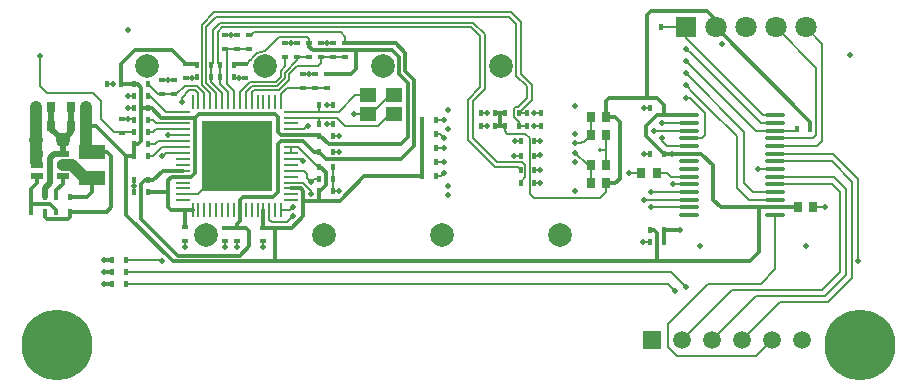
<source format=gbl>
G04*
G04 #@! TF.GenerationSoftware,Altium Limited,Altium Designer,22.8.2 (66)*
G04*
G04 Layer_Physical_Order=4*
G04 Layer_Color=16711680*
%FSLAX44Y44*%
%MOMM*%
G71*
G04*
G04 #@! TF.SameCoordinates,0D078035-4FBF-4C44-B062-B1887B6B3753*
G04*
G04*
G04 #@! TF.FilePolarity,Positive*
G04*
G01*
G75*
%ADD11C,0.2000*%
%ADD12C,0.3000*%
%ADD35C,1.0000*%
%ADD36C,2.0000*%
%ADD37C,1.5000*%
%ADD38R,1.8000X1.8000*%
%ADD39C,1.8000*%
%ADD40R,1.5000X1.5000*%
%ADD41C,6.0000*%
%ADD42C,0.3500*%
%ADD43C,0.5000*%
%ADD44C,1.2700*%
%ADD55R,0.7000X0.9500*%
%ADD56R,0.3000X0.5500*%
%ADD57O,1.6500X0.4000*%
%ADD58R,2.2200X1.2300*%
%ADD59R,0.5500X0.3000*%
%ADD60O,0.2500X1.3000*%
%ADD61O,1.3000X0.2500*%
%ADD62R,6.0000X6.0000*%
%ADD63R,1.4000X1.2000*%
%ADD64R,1.0000X0.5500*%
%ADD65C,0.5000*%
%ADD66C,0.1520*%
%ADD67C,0.1600*%
D11*
X890580Y962990D02*
G03*
X878589Y955012I0J-13000D01*
G01*
X1179980Y878840D02*
Y891540D01*
Y866140D02*
Y878840D01*
X1174750D02*
X1179980D01*
X837200Y985139D02*
X847961Y995900D01*
X1098949D02*
X1107660Y987189D01*
X849630Y991870D02*
X1097280D01*
X841230Y983470D02*
X849630Y991870D01*
X847961Y995900D02*
X1098949D01*
X1097280Y991870D02*
X1103630Y985520D01*
X850900Y979170D02*
X854710Y982980D01*
X1065530D02*
X1073150Y975360D01*
X854710Y982980D02*
X1065530D01*
X1067199Y987010D02*
X1077180Y977029D01*
X853041Y987010D02*
X1067199D01*
X846870Y980839D02*
X853041Y987010D01*
X1388110Y770890D02*
Y852170D01*
X1355240Y830580D02*
X1365250D01*
X1362710Y760730D02*
X1377950Y775970D01*
X1286520Y760730D02*
X1362710D01*
X1377950Y775970D02*
Y836899D01*
Y843081D02*
Y843280D01*
Y836899D02*
X1378028Y836977D01*
Y843003D01*
X1322760Y849890D02*
X1371340D01*
X1377950Y843280D01*
Y843081D02*
X1378028Y843003D01*
X1383030Y773430D02*
Y845820D01*
X1365250Y755650D02*
X1383030Y773430D01*
X1372460Y856390D02*
X1383030Y845820D01*
X1367790Y750570D02*
X1388110Y770890D01*
X1370890Y869390D02*
X1388110Y852170D01*
X1393190Y784860D02*
Y854710D01*
X1372010Y875890D02*
X1393190Y854710D01*
X1166980Y891540D02*
X1166980Y891540D01*
Y906780D01*
X1158000Y884740D02*
X1158774Y885514D01*
X1153610Y884740D02*
X1158000D01*
X1160954Y885514D02*
X1166980Y891540D01*
X1158774Y885514D02*
X1160954D01*
X1164082Y866140D02*
X1166980D01*
X1153414Y876808D02*
X1164082Y866140D01*
X1166980Y850900D02*
X1166980Y850900D01*
X1166980Y850900D02*
Y866140D01*
X1179980Y843430D02*
Y850900D01*
X1174750Y838200D02*
X1179980Y843430D01*
X1123315Y874395D02*
X1123950Y875030D01*
X1119032Y874395D02*
X1123315D01*
X1101344Y874268D02*
X1101471Y874395D01*
X1107532D01*
X1198880Y859536D02*
X1209398D01*
X1234284Y856390D02*
X1250260D01*
X1231138Y859536D02*
X1234284Y856390D01*
X1222398Y859536D02*
X1231138D01*
X902442Y974852D02*
X926238D01*
X890580Y962990D02*
X902442Y974852D01*
X926238D02*
X928370Y972720D01*
X954948Y978662D02*
X958850Y974760D01*
X881452Y978662D02*
X954948D01*
X878820Y976030D02*
X881452Y978662D01*
X798850Y896640D02*
X820950D01*
X796290Y894080D02*
X798850Y896640D01*
X797560Y883920D02*
X800041Y886401D01*
X820911D01*
X1220470Y895096D02*
X1220764Y895390D01*
X1228130D01*
X1261034Y912698D02*
X1263650Y910082D01*
Y891540D02*
Y910082D01*
X1247140Y923290D02*
X1250442D01*
X1261034Y912698D01*
X1254030Y926814D02*
X1267174Y913670D01*
X1290320Y890524D01*
X1247140Y933704D02*
X1254030Y926814D01*
X1290320Y847090D02*
Y890524D01*
X1247140Y944118D02*
X1296670Y894588D01*
Y850900D02*
Y894588D01*
X1306282Y895390D02*
X1322760D01*
X1247140Y954532D02*
X1306282Y895390D01*
X1246886Y964946D02*
X1247394D01*
X1252220Y960120D01*
X1234694Y775970D02*
X1247648Y763016D01*
X772830Y775970D02*
X1234694D01*
X1231900Y765810D02*
X1238250Y759460D01*
X772830Y765810D02*
X1231900D01*
X1212088Y836930D02*
X1250220D01*
X804070Y881540D02*
X821050D01*
X796290Y873760D02*
X804070Y881540D01*
X924226Y896540D02*
X927354Y899668D01*
X913050Y896540D02*
X924226D01*
X929640Y842010D02*
Y844634D01*
X922734Y851540D02*
X929640Y844634D01*
X913050Y851540D02*
X922734D01*
X1322760Y869390D02*
X1370890D01*
X1231900Y731520D02*
X1266190Y765810D01*
X1310640D01*
X1322760Y777930D01*
Y823890D01*
X1243970Y718180D02*
X1286520Y760730D01*
X1269370Y718180D02*
X1306840Y755650D01*
X1365250D01*
X1231900Y712470D02*
Y731520D01*
X1322760Y856390D02*
X1372460D01*
X1322760Y875890D02*
X1372010D01*
X1312840Y908390D02*
X1322760D01*
X1247140Y974090D02*
Y982980D01*
Y974090D02*
X1312840Y908390D01*
X1354980Y888890D02*
X1357630Y891540D01*
X1323340Y982980D02*
X1357630Y948690D01*
Y891540D02*
Y948690D01*
X1322760Y888890D02*
X1354980D01*
X1358640Y882390D02*
X1362710Y886460D01*
X1322760Y882390D02*
X1358640D01*
X1362710Y886460D02*
Y969010D01*
X1348740Y982980D02*
X1362710Y969010D01*
X1319234Y742644D02*
X1327160Y750570D01*
X1367790D01*
X802640Y786130D02*
X803910Y784860D01*
X772830Y786130D02*
X802640D01*
X1105570Y899160D02*
Y902770D01*
X1101546Y906795D02*
X1105570Y902770D01*
X1239520Y704850D02*
X1306840D01*
X1320170Y718180D01*
X1231900Y712470D02*
X1239520Y704850D01*
X913050Y871540D02*
X921700D01*
X923290Y869950D01*
X958850Y969470D02*
Y974760D01*
X837200Y958840D02*
Y985139D01*
X841230Y959340D02*
Y983470D01*
X850900Y953100D02*
Y979170D01*
X845220Y951230D02*
X846870Y952880D01*
X850900Y953100D02*
X852770Y951230D01*
X846870Y952880D02*
Y980839D01*
X857250Y976030D02*
X862330D01*
X867410D01*
Y964530D02*
X877570D01*
X858520Y964550D02*
X867410D01*
X857250Y964530D02*
X858020D01*
X858520Y934720D02*
Y964030D01*
X858020Y964530D02*
X858520Y964030D01*
Y934720D02*
X864550Y928690D01*
Y920040D02*
Y928690D01*
X875477Y951900D02*
X878589Y955012D01*
X873760Y951900D02*
X875477D01*
X1252220Y960120D02*
X1310450Y901890D01*
X1322760D01*
X1105570Y899160D02*
X1113120D01*
X1103630Y941721D02*
Y985520D01*
X1105570Y910590D02*
X1113120D01*
X1107660Y943390D02*
Y987189D01*
X1101546Y914386D02*
X1103025Y915864D01*
X1105094D01*
X1101546Y912316D02*
Y914386D01*
Y906795D02*
Y908915D01*
X1101540Y912310D02*
X1101546Y912316D01*
X1101540Y908921D02*
X1101546Y908915D01*
X1101540Y908921D02*
Y912310D01*
X1105570Y910590D02*
Y910641D01*
X1116550Y921621D01*
X1105094Y915864D02*
X1112520Y923290D01*
X1116550Y921621D02*
Y934500D01*
X1107660Y943390D02*
X1116550Y934500D01*
X1112520Y923290D02*
Y932831D01*
X1103630Y941721D02*
X1112520Y932831D01*
X1226820Y886460D02*
Y889000D01*
Y886460D02*
X1230890Y882390D01*
X833050Y940400D02*
X833720Y941070D01*
X829310Y940400D02*
X833050D01*
X867100Y796710D02*
Y801790D01*
X856940Y796710D02*
Y801790D01*
X889550Y796710D02*
Y801790D01*
X757520Y934720D02*
X762600D01*
X996900Y925320D02*
X999900D01*
X980900Y909320D02*
X996900Y925320D01*
X977900Y909320D02*
X980900D01*
X966470D02*
X977900D01*
X948090Y854710D02*
Y864870D01*
Y844760D02*
Y854710D01*
Y844760D02*
X953170D01*
X948090Y877570D02*
X953170D01*
X1308660Y862890D02*
X1322760D01*
X780380Y848360D02*
Y853440D01*
Y843280D02*
Y848360D01*
X806690Y876540D02*
X821050D01*
X803910Y873760D02*
X806690Y876540D01*
X856050Y863040D02*
X867050Y874040D01*
X845050Y852040D02*
X856050Y863040D01*
X834550Y841540D02*
X845050Y852040D01*
X821050Y841540D02*
X834550D01*
X822960Y796890D02*
Y801970D01*
X775300Y914400D02*
X780380D01*
X775300Y924560D02*
X780380D01*
X824230Y940400D02*
X829310D01*
X774700Y904910D02*
X779780D01*
X769620D02*
X774700D01*
X803910Y937930D02*
X808990D01*
X814070D01*
X1226820Y901890D02*
X1250260D01*
X1226630D02*
X1226820D01*
X864270Y940400D02*
X868680D01*
X873760D01*
X913130Y969470D02*
X918210D01*
X908050D02*
X913130D01*
X943610D02*
X948690D01*
X938530D02*
X943610D01*
X923290Y943010D02*
X928370D01*
X933450D01*
X943010Y916940D02*
X948090D01*
Y890778D02*
X953170D01*
X943010Y901065D02*
X948090D01*
X1235970Y849890D02*
X1250260D01*
X1339820Y895390D02*
X1341050Y896620D01*
X1322760Y895390D02*
X1339820D01*
X1261000Y888890D02*
X1263650Y891540D01*
X1250260Y888890D02*
X1261000D01*
X1230890Y882390D02*
X1250260D01*
X1228090Y895350D02*
X1228130Y895390D01*
X1228090D02*
X1250220D01*
Y895350D02*
X1250260Y895390D01*
X1304180Y843390D02*
X1322760D01*
X1296670Y850900D02*
X1304180Y843390D01*
X1300520Y836890D02*
X1322760D01*
X1290320Y847090D02*
X1300520Y836890D01*
X1212180Y914400D02*
X1217260D01*
X1212180Y875890D02*
X1217260D01*
X1073750Y910590D02*
X1078830D01*
X1073750Y899160D02*
X1078830D01*
X1102290Y886460D02*
X1107370D01*
X1218040Y843390D02*
X1250260D01*
X1217930Y830580D02*
X1218120Y830390D01*
X1250260D01*
X1250220Y836930D02*
X1250260Y836890D01*
X924080Y861540D02*
X926783Y858838D01*
Y855027D02*
X929640Y852170D01*
X926783Y855027D02*
Y858838D01*
X932180Y854710D02*
X936590D01*
X929640Y852170D02*
X932180Y854710D01*
X913050Y861540D02*
X924080D01*
X1114846Y842224D02*
X1118870Y838200D01*
X1174750D01*
X820420Y919480D02*
Y923290D01*
X826770Y929640D01*
X831850D01*
X834550Y926940D01*
Y920040D02*
Y926940D01*
X1210570Y801110D02*
X1217260D01*
X808990Y891540D02*
X821050D01*
X911860Y828040D02*
X914400Y830580D01*
X904550Y828040D02*
X911860D01*
X909320Y817880D02*
X914400Y822960D01*
X896620Y817880D02*
X909320D01*
X894550Y819950D02*
X896620Y817880D01*
X894550Y819950D02*
Y828040D01*
X1314756Y738166D02*
X1319234Y742644D01*
X1294770Y718180D02*
X1314756Y738166D01*
X1114846Y842224D02*
Y889234D01*
X1111270Y892810D02*
X1114846Y889234D01*
X1096010Y892810D02*
X1111270D01*
X1094070Y894750D02*
X1096010Y892810D01*
X1094070Y894750D02*
Y899160D01*
X1226220Y982980D02*
X1247140D01*
X700182Y933038D02*
X706120Y927100D01*
X700182Y933038D02*
Y958850D01*
X745490Y927100D02*
X751840Y920750D01*
X706120Y927100D02*
X745490D01*
X763270Y894080D02*
X780380D01*
X751840Y905510D02*
Y920750D01*
Y905510D02*
X763270Y894080D01*
X791880D02*
X796290D01*
X928370Y969470D02*
Y972720D01*
X918210Y954944D02*
Y957970D01*
X907764Y944498D02*
X918210Y954944D01*
X907764Y939610D02*
Y944498D01*
X901318Y933164D02*
X907764Y939610D01*
X879824Y933164D02*
X901318D01*
X874550Y927890D02*
X879824Y933164D01*
X874550Y920040D02*
Y927890D01*
X908050Y949767D02*
Y957970D01*
X904240Y945957D02*
X908050Y949767D01*
X904240Y941070D02*
Y945957D01*
X899858Y936688D02*
X904240Y941070D01*
X878268Y936688D02*
X899858D01*
X869646Y928066D02*
X878268Y936688D01*
X869646Y920136D02*
Y928066D01*
X869550Y920040D02*
X869646Y920136D01*
X938530Y952500D02*
Y957970D01*
X935797Y949767D02*
X938530Y952500D01*
X918017Y949767D02*
X935797D01*
X911288Y943038D02*
X918017Y949767D01*
X911288Y938151D02*
Y943038D01*
X902777Y929640D02*
X911288Y938151D01*
X881380Y929640D02*
X902777D01*
X879550Y927810D02*
X881380Y929640D01*
X879550Y920040D02*
Y927810D01*
X923290Y931510D02*
X943610D01*
X909920D02*
X923290D01*
X904550Y926140D02*
X909920Y931510D01*
X904550Y920040D02*
Y926140D01*
X919210Y881540D02*
X935880Y864870D01*
X936590D01*
X913050Y881540D02*
X919210D01*
X937260Y911540D02*
X953450D01*
X913050D02*
X937260D01*
X936590Y912210D02*
X937260Y911540D01*
X936590Y912210D02*
Y916940D01*
X935990Y906540D02*
X951470D01*
X913050D02*
X935990D01*
X936590Y905940D01*
Y901065D02*
Y905940D01*
X953450Y911540D02*
X967230Y925320D01*
X791880Y873760D02*
X796290D01*
X791880Y883920D02*
X797560D01*
X798990Y901540D02*
X821050D01*
X796290Y904240D02*
X798990Y901540D01*
X791880Y904240D02*
X796290D01*
X800170Y926430D02*
X803910D01*
X791880Y934720D02*
X800170Y926430D01*
X806770Y911540D02*
X821050D01*
X793750Y924560D02*
X806770Y911540D01*
X791880Y924560D02*
X793750D01*
X814070Y926430D02*
X815940D01*
X822960Y933450D01*
X833120D01*
X839550Y927020D01*
Y920040D02*
Y927020D01*
X803910Y926430D02*
X814070D01*
X1035720Y856740D02*
X1039620D01*
X1042160Y859280D01*
X913050Y876540D02*
Y881540D01*
X951470Y906540D02*
X958850Y899160D01*
X986790D01*
X996950Y909320D02*
X999900D01*
X986790Y899160D02*
X996950Y909320D01*
X967230Y925320D02*
X977900D01*
X948690Y957970D02*
X958850D01*
X938530D02*
X948690D01*
X918210D02*
X928370D01*
X1035720Y904740D02*
X1042160D01*
X1038930Y892740D02*
X1042160Y889510D01*
X1035720Y892740D02*
X1038930D01*
X1035720Y880740D02*
X1042160D01*
X1035720Y868740D02*
X1042160D01*
X1118870Y886460D02*
X1123950D01*
X1118870Y850900D02*
X1123950D01*
X1118870Y862330D02*
X1123950D01*
X1085451Y864650D02*
X1105050D01*
X1107370Y862330D01*
X1087120Y868680D02*
X1108839D01*
X1107370Y850900D02*
Y852150D01*
X1066800Y889000D02*
X1087120Y868680D01*
X1066800Y889000D02*
Y920131D01*
X1077180Y930511D01*
Y977029D01*
X1062770Y887331D02*
X1085451Y864650D01*
X1062770Y887331D02*
Y921800D01*
X1073150Y932180D01*
Y975360D01*
X1118870Y899160D02*
X1124620D01*
X1118870Y910590D02*
X1124620D01*
X854550Y920040D02*
Y927260D01*
X845220Y936590D02*
X854550Y927260D01*
X845220Y941070D02*
Y951230D01*
Y936590D02*
Y941070D01*
X859550Y920040D02*
Y927959D01*
X852480Y940780D02*
X852770Y941070D01*
X852480Y935030D02*
X859550Y927959D01*
X852770Y941070D02*
Y951230D01*
X852480Y935030D02*
Y940780D01*
D12*
X748030Y899160D02*
X773430Y873760D01*
X739290Y899160D02*
X748030D01*
X1339483Y830580D02*
X1342240D01*
X1339293Y830390D02*
X1339483Y830580D01*
X1322760Y830390D02*
X1339293D01*
X1089660Y899160D02*
X1090820D01*
X1179980Y850900D02*
X1187450D01*
X1191260Y854710D01*
Y902970D01*
X1187450Y906780D02*
X1191260Y902970D01*
X1179980Y906780D02*
X1187450D01*
X1179980D02*
Y920900D01*
X1182205Y923125D01*
X1214720D01*
X1213612Y891038D02*
Y899252D01*
X1222750Y908390D01*
X1213612Y891038D02*
X1228760Y875890D01*
X816864Y789686D02*
X869696D01*
X877570Y797560D01*
X786130Y820420D02*
X816864Y789686D01*
X1085250Y899160D02*
X1089660D01*
X1260250Y875890D02*
X1270000Y866140D01*
Y836930D02*
X1276540Y830390D01*
X1270000Y836930D02*
Y866140D01*
X1276540Y830390D02*
X1309370D01*
X1214720Y923125D02*
X1223175D01*
X1228760Y917540D01*
Y914400D02*
Y917540D01*
X1214720Y923125D02*
Y982980D01*
X1001570Y969470D02*
X1009650Y961390D01*
Y946150D02*
Y961390D01*
Y946150D02*
X1017270Y938530D01*
X958850Y969470D02*
X1001570D01*
X998430Y963720D02*
X1004570Y957580D01*
Y943610D02*
Y957580D01*
Y943610D02*
X1012190Y935990D01*
X967740Y963720D02*
X998430D01*
X812800Y784860D02*
X899160D01*
X773430Y824230D02*
Y873760D01*
Y824230D02*
X812800Y784860D01*
X786130Y820420D02*
Y850690D01*
X877570Y976030D02*
X878820D01*
X864270Y951230D02*
X864940Y951900D01*
X873760D01*
X781050Y963930D02*
X812200D01*
X824230Y951900D01*
X769020D02*
X781050Y963930D01*
X769020Y934720D02*
Y951900D01*
X1222750Y908390D02*
X1228760D01*
Y914400D01*
Y908390D02*
X1250260D01*
X1228760Y875890D02*
X1235710D01*
X754380Y765810D02*
X761330D01*
X754380Y775970D02*
X761330D01*
X754380Y786130D02*
X761330D01*
X877570Y797560D02*
Y810260D01*
X899160Y784860D02*
Y813290D01*
X1223010Y784860D02*
Y808780D01*
X899160Y784860D02*
X1223010D01*
X1301750D01*
X1309370Y792480D01*
X923290Y836930D02*
Y844623D01*
Y822775D02*
Y836930D01*
X924145Y836075D01*
X936590D01*
X913805Y813290D02*
X923290Y822775D01*
X921373Y846540D02*
X923290Y844623D01*
X913050Y846540D02*
X921373D01*
X936590Y836075D02*
Y844760D01*
X1250260Y875890D02*
X1260250D01*
X1220260Y811530D02*
X1223010Y808780D01*
X1217260Y811530D02*
X1220260D01*
X1352550Y896620D02*
Y902970D01*
X1272540Y982980D02*
X1352550Y902970D01*
X1272540Y982980D02*
Y989330D01*
X1264920Y996950D02*
X1272540Y989330D01*
X1217930Y996950D02*
X1264920D01*
X1214720Y993740D02*
X1217930Y996950D01*
X1309370Y830390D02*
X1322760D01*
X1309370Y792480D02*
Y830390D01*
X1214720Y982980D02*
Y993740D01*
X1228760Y811530D02*
X1242060D01*
X1228760Y801110D02*
Y811530D01*
X1235710Y875890D02*
X1250260D01*
X1090820Y899160D02*
X1094070D01*
X1089660Y910590D02*
X1094070D01*
X1085250D02*
X1089660D01*
Y900320D02*
X1090820Y899160D01*
X1089660Y900320D02*
Y910590D01*
X773430Y873760D02*
X773430Y873760D01*
X780380D01*
X744220Y876990D02*
X757500D01*
X760730Y873760D01*
Y830580D02*
Y873760D01*
X756920Y826770D02*
X760730Y830580D01*
X725840Y826770D02*
X756920D01*
X725840Y822360D02*
Y826770D01*
X723900Y820420D02*
X725840Y822360D01*
X706120Y820420D02*
X723900D01*
X704250Y822290D02*
X706120Y820420D01*
X704250Y822290D02*
Y826770D01*
X692750Y833120D02*
Y839470D01*
Y826770D02*
Y833120D01*
X709240D01*
X714340Y828020D01*
Y826770D02*
Y828020D01*
X692750Y839470D02*
Y846420D01*
X697670Y851340D01*
Y856640D01*
X744220Y843280D02*
Y855290D01*
X740410Y839470D02*
X744220Y843280D01*
X725840Y839470D02*
X740410D01*
X714340D02*
Y845150D01*
X719650Y850460D01*
Y856640D01*
X899160Y813290D02*
X913805D01*
X936590Y836075D02*
X954185D01*
X974850Y856740D01*
X1024220D01*
Y892740D02*
Y904740D01*
Y880740D02*
Y892740D01*
Y868740D02*
Y880740D01*
Y856740D02*
Y868740D01*
X942340Y849260D02*
Y860370D01*
X937840Y844760D02*
X942340Y849260D01*
X936590Y844760D02*
X937840D01*
X937840Y864870D02*
X942340Y860370D01*
X936590Y864870D02*
X937840D01*
X889550Y813290D02*
X899160D01*
X889550D02*
Y828040D01*
X833050Y951900D02*
X833720Y951230D01*
X824230Y951900D02*
X833050D01*
X791880Y843280D02*
X808990D01*
Y853440D01*
Y830580D02*
Y843280D01*
X780380Y934720D02*
X783380D01*
X786130Y931970D01*
Y914400D02*
Y931970D01*
Y914400D02*
X791880D01*
X786130Y886670D02*
Y914400D01*
X769020Y934720D02*
X780380D01*
Y873760D02*
Y883920D01*
X783380D01*
X786130Y886670D01*
Y850690D02*
X788880Y853440D01*
X791880D01*
X796290D02*
X804390Y861540D01*
X874540Y813290D02*
X877570Y810260D01*
X867100Y813290D02*
X874540D01*
X928370Y966470D02*
X931120Y963720D01*
X967740D01*
X928370Y966470D02*
Y969470D01*
X1017270Y882650D02*
Y938530D01*
X1005840Y871220D02*
X1017270Y882650D01*
X942940Y871220D02*
X1005840D01*
X936590Y877570D02*
X942940Y871220D01*
X1012190Y890270D02*
Y935990D01*
X1005840Y883920D02*
X1012190Y890270D01*
X944698Y883920D02*
X1005840D01*
X937840Y890778D02*
X944698Y883920D01*
X936590Y890778D02*
X937840D01*
X967740Y947420D02*
Y963720D01*
X963330Y943010D02*
X967740Y947420D01*
X943610Y943010D02*
X963330D01*
X901700Y843280D02*
Y883920D01*
X897890Y839470D02*
X901700Y843280D01*
X872490Y839470D02*
X897890D01*
X869550Y836530D02*
X872490Y839470D01*
X869550Y828040D02*
Y836530D01*
X822050Y828040D02*
X829550D01*
X811530D02*
X822050D01*
X822960Y827130D01*
Y813470D02*
Y827130D01*
X808990Y830580D02*
X811530Y828040D01*
X808990Y853440D02*
X812090Y856540D01*
X821050D01*
X831850Y859790D02*
Y906540D01*
X828600Y856540D02*
X831850Y859790D01*
X821050Y856540D02*
X828600D01*
X901700Y883920D02*
X904320Y886540D01*
X904240Y891540D02*
X913050D01*
X901700Y894080D02*
X904240Y891540D01*
X901700Y894080D02*
Y906780D01*
X899160Y909320D02*
X901700Y906780D01*
X834630Y909320D02*
X899160D01*
X831850Y906540D02*
X834630Y909320D01*
X821050Y906540D02*
X831850D01*
X923210Y886540D02*
X932180Y877570D01*
X936590D01*
X913050Y886540D02*
X923210D01*
X935828Y891540D02*
X936590Y890778D01*
X913050Y891540D02*
X935828D01*
X869550Y818990D02*
Y828040D01*
X867100Y816540D02*
X869550Y818990D01*
X867100Y813290D02*
Y816540D01*
X802880Y906540D02*
X821050D01*
X795020Y914400D02*
X802880Y906540D01*
X791880Y914400D02*
X795020D01*
X804390Y861540D02*
X821050D01*
X791880Y853440D02*
X796290D01*
X856940Y813290D02*
X867100D01*
X904320Y886540D02*
X913050D01*
D35*
X739290Y899160D02*
Y915670D01*
X739290Y915670D02*
X739290Y915670D01*
X739290Y899160D02*
X739290Y899160D01*
X739290Y881920D02*
Y899160D01*
Y881920D02*
X744220Y876990D01*
X697080Y868680D02*
Y915670D01*
X738560Y855290D02*
X744220D01*
X727710Y866140D02*
X738560Y855290D01*
X719650Y866140D02*
X727710D01*
D36*
X790580Y949990D02*
D03*
X890580D02*
D03*
X990580D02*
D03*
X1090580D02*
D03*
X1040580Y807490D02*
D03*
X1140580D02*
D03*
X940580D02*
D03*
X840580D02*
D03*
D37*
X1243970Y718180D02*
D03*
X1269370D02*
D03*
X1294770D02*
D03*
X1320170D02*
D03*
X1345570D02*
D03*
D38*
X1247140Y982980D02*
D03*
D39*
X1323340D02*
D03*
X1348740D02*
D03*
X1297940D02*
D03*
X1272540D02*
D03*
D40*
X1218570Y718180D02*
D03*
D41*
X1395010Y713740D02*
D03*
X715010D02*
D03*
D42*
X1174750Y878840D02*
D03*
D43*
X1365250Y830580D02*
D03*
X1198880Y859536D02*
D03*
X1220470Y895350D02*
D03*
X1247140Y964946D02*
D03*
X1247648Y763016D02*
D03*
X1238250Y759460D02*
D03*
X1212088Y836930D02*
D03*
X1153414Y876808D02*
D03*
X927354Y899668D02*
D03*
X1118870Y910590D02*
D03*
Y899160D02*
D03*
X1123950Y862330D02*
D03*
Y850900D02*
D03*
Y886460D02*
D03*
Y875030D02*
D03*
X1153610Y884740D02*
D03*
Y892740D02*
D03*
Y844740D02*
D03*
Y868740D02*
D03*
X1045550Y896740D02*
D03*
Y912740D02*
D03*
Y848740D02*
D03*
Y840740D02*
D03*
X1042160Y868740D02*
D03*
Y880740D02*
D03*
Y889510D02*
D03*
Y904740D02*
D03*
Y859280D02*
D03*
X700182Y958850D02*
D03*
X1235710Y875890D02*
D03*
X1242060Y811530D02*
D03*
X914400Y822960D02*
D03*
Y830580D02*
D03*
X808990Y891540D02*
D03*
X1210570Y801110D02*
D03*
X820420Y919480D02*
D03*
X929640Y852170D02*
D03*
Y842010D02*
D03*
X1217930Y830390D02*
D03*
X1218040Y843390D02*
D03*
X754380Y786130D02*
D03*
Y775970D02*
D03*
Y765810D02*
D03*
X1101344Y874268D02*
D03*
X1102290Y886460D02*
D03*
X1078830Y899160D02*
D03*
Y910590D02*
D03*
X1212180Y875890D02*
D03*
Y914400D02*
D03*
X1393190Y784860D02*
D03*
X1247140Y944118D02*
D03*
Y933704D02*
D03*
Y923290D02*
D03*
Y954532D02*
D03*
X1235970Y849890D02*
D03*
X1226820Y901890D02*
D03*
X1153610Y916740D02*
D03*
X943010Y901065D02*
D03*
X953170Y890778D02*
D03*
X943010Y916940D02*
D03*
X928370Y943010D02*
D03*
X943610Y969470D02*
D03*
X913130D02*
D03*
X868680Y940400D02*
D03*
X808990Y937930D02*
D03*
X774700Y904910D02*
D03*
X829310Y940400D02*
D03*
X775300Y924560D02*
D03*
Y914400D02*
D03*
X822960Y796890D02*
D03*
X803910Y873760D02*
D03*
X780380Y848360D02*
D03*
X774700Y980440D02*
D03*
X1308660Y862890D02*
D03*
X1349170Y797990D02*
D03*
X1259170D02*
D03*
X1386410Y959490D02*
D03*
X953170Y844760D02*
D03*
X966470Y909320D02*
D03*
X762600Y934720D02*
D03*
X889550Y796710D02*
D03*
X856940D02*
D03*
X867100D02*
D03*
X1226820Y889000D02*
D03*
X1277620Y969010D02*
D03*
X862330Y976030D02*
D03*
X923290Y869950D02*
D03*
X803910Y784860D02*
D03*
X953170Y877570D02*
D03*
X889050Y896040D02*
D03*
X878050D02*
D03*
X867050D02*
D03*
X856050D02*
D03*
X845050D02*
D03*
X889050Y885040D02*
D03*
X878050D02*
D03*
X867050D02*
D03*
X856050D02*
D03*
X845050D02*
D03*
X889050Y874040D02*
D03*
X878050D02*
D03*
X867050D02*
D03*
X856050D02*
D03*
X845050D02*
D03*
X889050Y863040D02*
D03*
X878050D02*
D03*
X867050D02*
D03*
X856050D02*
D03*
X845050D02*
D03*
X889050Y852040D02*
D03*
X878050D02*
D03*
X867050D02*
D03*
X856050D02*
D03*
X845050D02*
D03*
D44*
X697230Y887290D02*
D03*
X719650D02*
D03*
D55*
X726290Y915670D02*
D03*
X739290D02*
D03*
X726290Y899160D02*
D03*
X739290D02*
D03*
X1355240Y830580D02*
D03*
X1342240D02*
D03*
X1179980Y866140D02*
D03*
X1166980D02*
D03*
X1179980Y891540D02*
D03*
X1166980D02*
D03*
X1222398Y859536D02*
D03*
X1209398D02*
D03*
X697080Y915670D02*
D03*
X710080D02*
D03*
X710080Y899160D02*
D03*
X697080D02*
D03*
X1179980Y906780D02*
D03*
X1166980D02*
D03*
X1179980Y850900D02*
D03*
X1166980D02*
D03*
D56*
X1217260Y914400D02*
D03*
X1228760D02*
D03*
X780380D02*
D03*
X791880D02*
D03*
X1217260Y811530D02*
D03*
X1228760D02*
D03*
X936590Y901065D02*
D03*
X948090D02*
D03*
X936590Y890778D02*
D03*
X948090D02*
D03*
X780380Y894080D02*
D03*
X791880D02*
D03*
X772830Y786130D02*
D03*
X761330D02*
D03*
X772830Y765810D02*
D03*
X761330D02*
D03*
X772830Y775970D02*
D03*
X761330D02*
D03*
X704250Y839470D02*
D03*
X692750D02*
D03*
X714340Y826770D02*
D03*
X725840D02*
D03*
X704250D02*
D03*
X692750D02*
D03*
X714340Y839470D02*
D03*
X725840D02*
D03*
X1217260Y801110D02*
D03*
X1228760D02*
D03*
X936590Y854710D02*
D03*
X948090D02*
D03*
X1035720Y856740D02*
D03*
X1024220D02*
D03*
X1035720Y892740D02*
D03*
X1024220D02*
D03*
X1035720Y880740D02*
D03*
X1024220D02*
D03*
X1035720Y868740D02*
D03*
X1024220D02*
D03*
X1118870Y886460D02*
D03*
X1107370D02*
D03*
X1119032Y874395D02*
D03*
X1107532D02*
D03*
X1217260Y875890D02*
D03*
X1228760D02*
D03*
X791880Y843280D02*
D03*
X780380D02*
D03*
X1352550Y896620D02*
D03*
X1341050D02*
D03*
X948090Y844760D02*
D03*
X936590D02*
D03*
Y864870D02*
D03*
X948090D02*
D03*
X769020Y934720D02*
D03*
X757520D02*
D03*
X852770Y941070D02*
D03*
X864270D02*
D03*
X845220D02*
D03*
X833720D02*
D03*
Y951230D02*
D03*
X845220D02*
D03*
X864270D02*
D03*
X852770D02*
D03*
X1073750Y899160D02*
D03*
X1085250D02*
D03*
X1073750Y910590D02*
D03*
X1085250D02*
D03*
X1024220Y904740D02*
D03*
X1035720D02*
D03*
X936590Y916940D02*
D03*
X948090D02*
D03*
X1105570Y899160D02*
D03*
X1094070D02*
D03*
X1105570Y910590D02*
D03*
X1094070D02*
D03*
X1118870Y850900D02*
D03*
X1107370D02*
D03*
X1124620Y910590D02*
D03*
X1113120D02*
D03*
X1124620Y899160D02*
D03*
X1113120D02*
D03*
X1118870Y862330D02*
D03*
X1107370D02*
D03*
X780380Y934720D02*
D03*
X791880D02*
D03*
X780380Y853440D02*
D03*
X791880D02*
D03*
X948090Y877570D02*
D03*
X936590D02*
D03*
X1226220Y982980D02*
D03*
X1214720D02*
D03*
X791880Y883920D02*
D03*
X780380D02*
D03*
X791880Y873760D02*
D03*
X780380D02*
D03*
X791880Y924560D02*
D03*
X780380D02*
D03*
X791880Y904240D02*
D03*
X780380D02*
D03*
D57*
X1322760Y875890D02*
D03*
Y862890D02*
D03*
Y830390D02*
D03*
X1250260Y908390D02*
D03*
Y901890D02*
D03*
Y875890D02*
D03*
Y869390D02*
D03*
Y862890D02*
D03*
Y856390D02*
D03*
Y849890D02*
D03*
Y823890D02*
D03*
X1322760Y882390D02*
D03*
Y888890D02*
D03*
Y908390D02*
D03*
Y823890D02*
D03*
Y869390D02*
D03*
Y856390D02*
D03*
Y849890D02*
D03*
Y895390D02*
D03*
X1250260Y888890D02*
D03*
X1322760Y836890D02*
D03*
Y843390D02*
D03*
X1250260D02*
D03*
X1322760Y901890D02*
D03*
X1250260Y895390D02*
D03*
Y836890D02*
D03*
Y882390D02*
D03*
Y830390D02*
D03*
D58*
X744220Y855290D02*
D03*
Y876990D02*
D03*
D59*
X822960Y813470D02*
D03*
Y801970D02*
D03*
X889550Y813290D02*
D03*
Y801790D02*
D03*
X873760Y951900D02*
D03*
Y940400D02*
D03*
X824230Y951900D02*
D03*
Y940400D02*
D03*
X857250Y964530D02*
D03*
Y976030D02*
D03*
X867410Y964530D02*
D03*
Y976030D02*
D03*
X938530Y957970D02*
D03*
Y969470D02*
D03*
X803910Y937930D02*
D03*
Y926430D02*
D03*
X814070Y937930D02*
D03*
Y926430D02*
D03*
X933450Y943010D02*
D03*
Y931510D02*
D03*
X943610Y943010D02*
D03*
Y931510D02*
D03*
X923290Y943010D02*
D03*
Y931510D02*
D03*
X958850Y969470D02*
D03*
Y957970D02*
D03*
X928370D02*
D03*
Y969470D02*
D03*
X877570Y976030D02*
D03*
Y964530D02*
D03*
X918210Y969470D02*
D03*
Y957970D02*
D03*
X908050D02*
D03*
Y969470D02*
D03*
X948690D02*
D03*
Y957970D02*
D03*
X856940Y801790D02*
D03*
Y813290D02*
D03*
X867100Y801790D02*
D03*
Y813290D02*
D03*
X769620Y893410D02*
D03*
Y904910D02*
D03*
D60*
X844550Y920040D02*
D03*
X849550D02*
D03*
X889550Y828040D02*
D03*
X884550D02*
D03*
X879550D02*
D03*
X874550D02*
D03*
X869550D02*
D03*
X864550D02*
D03*
X859550D02*
D03*
X854550D02*
D03*
X849550D02*
D03*
X844550D02*
D03*
X839550D02*
D03*
X834550D02*
D03*
X829550D02*
D03*
Y920040D02*
D03*
X839550D02*
D03*
X864550D02*
D03*
X869550D02*
D03*
X874550D02*
D03*
X879550D02*
D03*
X884550D02*
D03*
X889550D02*
D03*
X894550D02*
D03*
X899550D02*
D03*
X904550D02*
D03*
X859550D02*
D03*
X854550D02*
D03*
X834550D02*
D03*
X894550Y828040D02*
D03*
X904550D02*
D03*
X899550D02*
D03*
D61*
X913050Y911540D02*
D03*
Y906540D02*
D03*
Y901540D02*
D03*
Y896540D02*
D03*
Y891540D02*
D03*
Y886540D02*
D03*
Y881540D02*
D03*
Y876540D02*
D03*
Y866540D02*
D03*
Y856540D02*
D03*
Y846540D02*
D03*
Y841540D02*
D03*
Y836540D02*
D03*
X821050D02*
D03*
Y841540D02*
D03*
Y846540D02*
D03*
Y851540D02*
D03*
Y856540D02*
D03*
Y861540D02*
D03*
Y866540D02*
D03*
Y871540D02*
D03*
Y876540D02*
D03*
Y881540D02*
D03*
Y886540D02*
D03*
Y896540D02*
D03*
Y901540D02*
D03*
Y906540D02*
D03*
Y911540D02*
D03*
Y891540D02*
D03*
X913050Y851540D02*
D03*
Y861540D02*
D03*
Y871540D02*
D03*
D62*
X867050Y874040D02*
D03*
D63*
X977900Y909320D02*
D03*
Y925320D02*
D03*
X999900Y909320D02*
D03*
Y925320D02*
D03*
D64*
X719650Y856640D02*
D03*
Y866140D02*
D03*
Y875640D02*
D03*
X697670D02*
D03*
Y866140D02*
D03*
Y856640D02*
D03*
D65*
X726290Y915670D02*
X726290Y915670D01*
Y899160D02*
Y915670D01*
X726290Y893930D02*
Y899160D01*
X726290Y899160D01*
X719650Y887290D02*
X726290Y893930D01*
X710080Y896860D02*
Y915670D01*
Y896860D02*
X719650Y887290D01*
Y875640D02*
Y887290D01*
X711810Y875640D02*
X719650D01*
X708660Y872490D02*
X711810Y875640D01*
X708660Y851140D02*
Y872490D01*
X704250Y846730D02*
X708660Y851140D01*
X704250Y839470D02*
Y846730D01*
D66*
X840740Y935930D02*
Y958850D01*
X841230Y959340D01*
X840740Y935930D02*
X849550Y927121D01*
Y920040D02*
Y927121D01*
X837200Y958840D02*
X837690Y958350D01*
X844550Y920040D02*
Y927100D01*
X837690Y933960D02*
Y958350D01*
Y933960D02*
X844550Y927100D01*
D67*
X1108839Y868680D02*
X1111400Y866120D01*
Y856180D02*
Y866120D01*
X1107370Y852150D02*
X1111400Y856180D01*
M02*

</source>
